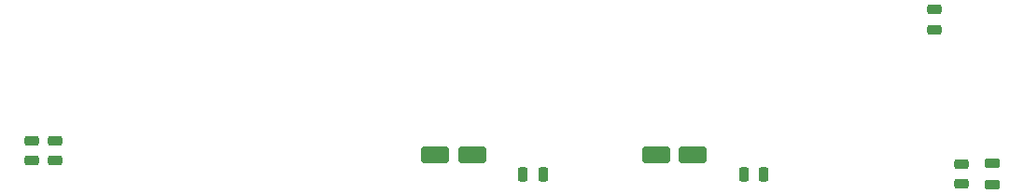
<source format=gbr>
%TF.GenerationSoftware,KiCad,Pcbnew,9.0.3*%
%TF.CreationDate,2025-08-21T10:40:16+02:00*%
%TF.ProjectId,RP2040-DSP_V2.0,52503230-3430-42d4-9453-505f56322e30,V2.0*%
%TF.SameCoordinates,Original*%
%TF.FileFunction,Paste,Bot*%
%TF.FilePolarity,Positive*%
%FSLAX46Y46*%
G04 Gerber Fmt 4.6, Leading zero omitted, Abs format (unit mm)*
G04 Created by KiCad (PCBNEW 9.0.3) date 2025-08-21 10:40:16*
%MOMM*%
%LPD*%
G01*
G04 APERTURE LIST*
G04 Aperture macros list*
%AMRoundRect*
0 Rectangle with rounded corners*
0 $1 Rounding radius*
0 $2 $3 $4 $5 $6 $7 $8 $9 X,Y pos of 4 corners*
0 Add a 4 corners polygon primitive as box body*
4,1,4,$2,$3,$4,$5,$6,$7,$8,$9,$2,$3,0*
0 Add four circle primitives for the rounded corners*
1,1,$1+$1,$2,$3*
1,1,$1+$1,$4,$5*
1,1,$1+$1,$6,$7*
1,1,$1+$1,$8,$9*
0 Add four rect primitives between the rounded corners*
20,1,$1+$1,$2,$3,$4,$5,0*
20,1,$1+$1,$4,$5,$6,$7,0*
20,1,$1+$1,$6,$7,$8,$9,0*
20,1,$1+$1,$8,$9,$2,$3,0*%
G04 Aperture macros list end*
%ADD10RoundRect,0.234375X-1.040625X-0.515625X1.040625X-0.515625X1.040625X0.515625X-1.040625X0.515625X0*%
%ADD11RoundRect,0.225609X0.236891X0.424391X-0.236891X0.424391X-0.236891X-0.424391X0.236891X-0.424391X0*%
%ADD12RoundRect,0.225609X-0.424391X0.236891X-0.424391X-0.236891X0.424391X-0.236891X0.424391X0.236891X0*%
%ADD13RoundRect,0.225609X0.424391X-0.236891X0.424391X0.236891X-0.424391X0.236891X-0.424391X-0.236891X0*%
%ADD14RoundRect,0.225609X-0.236891X-0.424391X0.236891X-0.424391X0.236891X0.424391X-0.236891X0.424391X0*%
%ADD15RoundRect,0.225000X0.450000X-0.225000X0.450000X0.225000X-0.450000X0.225000X-0.450000X-0.225000X0*%
G04 APERTURE END LIST*
D10*
%TO.C,C32*%
X117725000Y-45200000D03*
X121075000Y-45200000D03*
%TD*%
D11*
%TO.C,R16*%
X127512500Y-47000000D03*
X125687500Y-47000000D03*
%TD*%
D12*
%TO.C,R23*%
X61100000Y-43887500D03*
X61100000Y-45712500D03*
%TD*%
%TO.C,R18*%
X142960000Y-32022500D03*
X142960000Y-33847500D03*
%TD*%
D13*
%TO.C,R15*%
X145460000Y-47847500D03*
X145460000Y-46022500D03*
%TD*%
D10*
%TO.C,C33*%
X97725000Y-45200000D03*
X101075000Y-45200000D03*
%TD*%
D12*
%TO.C,R24*%
X63200000Y-43887500D03*
X63200000Y-45712500D03*
%TD*%
D14*
%TO.C,R17*%
X105675000Y-47000000D03*
X107500000Y-47000000D03*
%TD*%
D15*
%TO.C,C31*%
X148210000Y-47885000D03*
X148210000Y-45985000D03*
%TD*%
M02*

</source>
